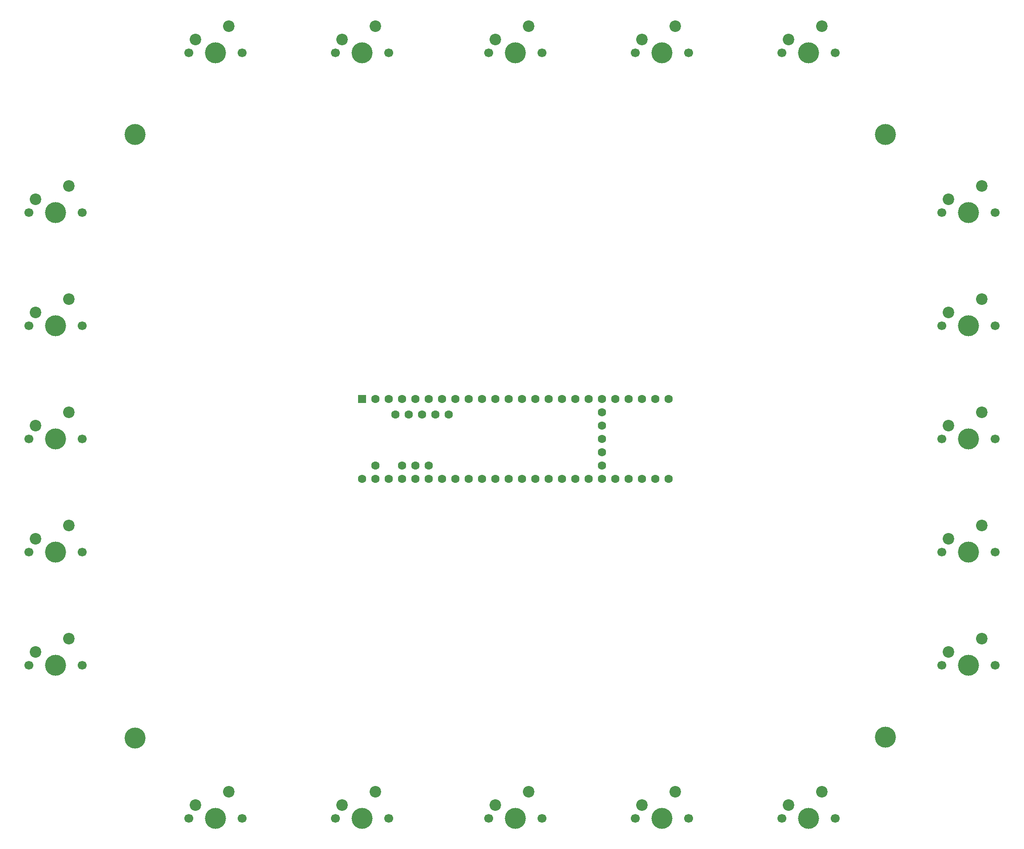
<source format=gbr>
%TF.GenerationSoftware,KiCad,Pcbnew,(5.1.9)-1*%
%TF.CreationDate,2021-03-29T18:53:15-04:00*%
%TF.ProjectId,wildcatmfd_kicad,77696c64-6361-4746-9d66-645f6b696361,rev?*%
%TF.SameCoordinates,Original*%
%TF.FileFunction,Soldermask,Top*%
%TF.FilePolarity,Negative*%
%FSLAX46Y46*%
G04 Gerber Fmt 4.6, Leading zero omitted, Abs format (unit mm)*
G04 Created by KiCad (PCBNEW (5.1.9)-1) date 2021-03-29 18:53:15*
%MOMM*%
%LPD*%
G01*
G04 APERTURE LIST*
%ADD10C,4.000000*%
%ADD11C,1.600000*%
%ADD12R,1.600000X1.600000*%
%ADD13C,1.700000*%
%ADD14C,2.200000*%
G04 APERTURE END LIST*
D10*
%TO.C,REF\u002A\u002A*%
X43080000Y-158650000D03*
%TD*%
%TO.C,REF\u002A\u002A*%
X186080000Y-158550000D03*
%TD*%
%TO.C,REF\u002A\u002A*%
X186080000Y-43550000D03*
%TD*%
%TO.C,REF\u002A\u002A*%
X43080000Y-43550000D03*
%TD*%
D11*
%TO.C,U1*%
X102870000Y-96980000D03*
X100330000Y-96980000D03*
X97790000Y-96980000D03*
X95250000Y-96980000D03*
X92710000Y-96980000D03*
X99060000Y-106680000D03*
X96520000Y-106680000D03*
X93980000Y-106680000D03*
X88900000Y-106680000D03*
X86360000Y-109220000D03*
X88900000Y-109220000D03*
X91440000Y-109220000D03*
X93980000Y-109220000D03*
X96520000Y-109220000D03*
X99060000Y-109220000D03*
X101600000Y-109220000D03*
X104140000Y-109220000D03*
X106680000Y-109220000D03*
X109220000Y-109220000D03*
X111760000Y-109220000D03*
X114300000Y-109220000D03*
X116840000Y-109220000D03*
X119380000Y-109220000D03*
X121920000Y-109220000D03*
X124460000Y-109220000D03*
D12*
X86360000Y-93980000D03*
D11*
X88900000Y-93980000D03*
X91440000Y-93980000D03*
X93980000Y-93980000D03*
X96520000Y-93980000D03*
X99060000Y-93980000D03*
X101600000Y-93980000D03*
X104140000Y-93980000D03*
X106680000Y-93980000D03*
X109220000Y-93980000D03*
X111760000Y-93980000D03*
X114300000Y-93980000D03*
X116840000Y-93980000D03*
X127000000Y-109220000D03*
X129540000Y-109220000D03*
X132080000Y-109220000D03*
X134620000Y-109220000D03*
X137160000Y-109220000D03*
X139700000Y-109220000D03*
X142240000Y-109220000D03*
X144780000Y-109220000D03*
X132080000Y-106680000D03*
X132080000Y-104140000D03*
X132080000Y-101600000D03*
X132080000Y-99060000D03*
X132080000Y-96520000D03*
X144780000Y-93980000D03*
X142240000Y-93980000D03*
X139700000Y-93980000D03*
X137160000Y-93980000D03*
X119380000Y-93980000D03*
X121920000Y-93980000D03*
X124460000Y-93980000D03*
X134620000Y-93980000D03*
X132080000Y-93980000D03*
X129540000Y-93980000D03*
X127000000Y-93980000D03*
%TD*%
D13*
%TO.C,SW20*%
X33020000Y-58420000D03*
X22860000Y-58420000D03*
D10*
X27940000Y-58420000D03*
D14*
X24130000Y-55880000D03*
X30480000Y-53340000D03*
%TD*%
D13*
%TO.C,SW19*%
X33020000Y-80010000D03*
X22860000Y-80010000D03*
D10*
X27940000Y-80010000D03*
D14*
X24130000Y-77470000D03*
X30480000Y-74930000D03*
%TD*%
D13*
%TO.C,SW18*%
X33020000Y-101600000D03*
X22860000Y-101600000D03*
D10*
X27940000Y-101600000D03*
D14*
X24130000Y-99060000D03*
X30480000Y-96520000D03*
%TD*%
D13*
%TO.C,SW17*%
X33020000Y-123190000D03*
X22860000Y-123190000D03*
D10*
X27940000Y-123190000D03*
D14*
X24130000Y-120650000D03*
X30480000Y-118110000D03*
%TD*%
D13*
%TO.C,SW16*%
X33020000Y-144780000D03*
X22860000Y-144780000D03*
D10*
X27940000Y-144780000D03*
D14*
X24130000Y-142240000D03*
X30480000Y-139700000D03*
%TD*%
D13*
%TO.C,SW15*%
X63500000Y-173990000D03*
X53340000Y-173990000D03*
D10*
X58420000Y-173990000D03*
D14*
X54610000Y-171450000D03*
X60960000Y-168910000D03*
%TD*%
D13*
%TO.C,SW14*%
X91440000Y-173990000D03*
X81280000Y-173990000D03*
D10*
X86360000Y-173990000D03*
D14*
X82550000Y-171450000D03*
X88900000Y-168910000D03*
%TD*%
D13*
%TO.C,SW13*%
X120650000Y-173990000D03*
X110490000Y-173990000D03*
D10*
X115570000Y-173990000D03*
D14*
X111760000Y-171450000D03*
X118110000Y-168910000D03*
%TD*%
D13*
%TO.C,SW12*%
X148590000Y-173990000D03*
X138430000Y-173990000D03*
D10*
X143510000Y-173990000D03*
D14*
X139700000Y-171450000D03*
X146050000Y-168910000D03*
%TD*%
D13*
%TO.C,SW11*%
X176530000Y-173990000D03*
X166370000Y-173990000D03*
D10*
X171450000Y-173990000D03*
D14*
X167640000Y-171450000D03*
X173990000Y-168910000D03*
%TD*%
D13*
%TO.C,SW10*%
X207010000Y-144780000D03*
X196850000Y-144780000D03*
D10*
X201930000Y-144780000D03*
D14*
X198120000Y-142240000D03*
X204470000Y-139700000D03*
%TD*%
D13*
%TO.C,SW9*%
X207010000Y-123190000D03*
X196850000Y-123190000D03*
D10*
X201930000Y-123190000D03*
D14*
X198120000Y-120650000D03*
X204470000Y-118110000D03*
%TD*%
D13*
%TO.C,SW8*%
X207010000Y-101600000D03*
X196850000Y-101600000D03*
D10*
X201930000Y-101600000D03*
D14*
X198120000Y-99060000D03*
X204470000Y-96520000D03*
%TD*%
D13*
%TO.C,SW7*%
X207010000Y-80010000D03*
X196850000Y-80010000D03*
D10*
X201930000Y-80010000D03*
D14*
X198120000Y-77470000D03*
X204470000Y-74930000D03*
%TD*%
D13*
%TO.C,SW6*%
X207010000Y-58420000D03*
X196850000Y-58420000D03*
D10*
X201930000Y-58420000D03*
D14*
X198120000Y-55880000D03*
X204470000Y-53340000D03*
%TD*%
D13*
%TO.C,SW5*%
X176530000Y-27940000D03*
X166370000Y-27940000D03*
D10*
X171450000Y-27940000D03*
D14*
X167640000Y-25400000D03*
X173990000Y-22860000D03*
%TD*%
D13*
%TO.C,SW4*%
X148590000Y-27940000D03*
X138430000Y-27940000D03*
D10*
X143510000Y-27940000D03*
D14*
X139700000Y-25400000D03*
X146050000Y-22860000D03*
%TD*%
D13*
%TO.C,SW3*%
X120650000Y-27940000D03*
X110490000Y-27940000D03*
D10*
X115570000Y-27940000D03*
D14*
X111760000Y-25400000D03*
X118110000Y-22860000D03*
%TD*%
D13*
%TO.C,SW2*%
X91440000Y-27940000D03*
X81280000Y-27940000D03*
D10*
X86360000Y-27940000D03*
D14*
X82550000Y-25400000D03*
X88900000Y-22860000D03*
%TD*%
D13*
%TO.C,SW1*%
X63500000Y-27940000D03*
X53340000Y-27940000D03*
D10*
X58420000Y-27940000D03*
D14*
X54610000Y-25400000D03*
X60960000Y-22860000D03*
%TD*%
M02*

</source>
